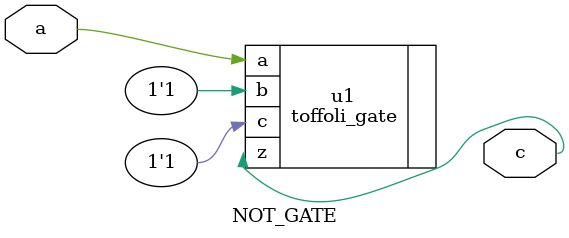
<source format=v>
`timescale 1ns / 1ps
module NOT_GATE(output c, input a);
  toffoli_gate u1(.z(c), .a(a), .b(1'b1), .c(1'b1));
endmodule

</source>
